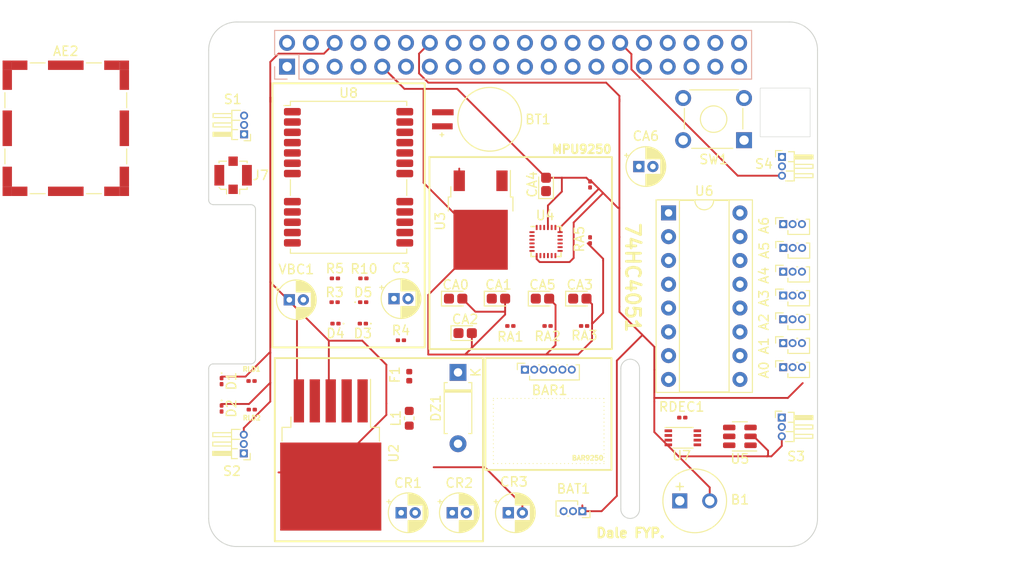
<source format=kicad_pcb>
(kicad_pcb (version 20221018) (generator pcbnew)
  (title_block (date "15 nov 2012"))
  (layers (0 "F.Cu" power) (1 "In1.Cu" power) (2 "In2.Cu" signal) (31 "B.Cu" signal) (34 "B.Paste" user) (35 "F.Paste" user) (36 "B.SilkS" user "B.Silkscreen") (37 "F.SilkS" user "F.Silkscreen") (38 "B.Mask" user) (39 "F.Mask" user) (44 "Edge.Cuts" user))
  (net 0 "")
  (net 1 "/GPIO[2]{slash}SDA1")
  (net 2 "/GPIO[3]{slash}SCL1")
  (net 3 "/GPIO[4]{slash}GPCLK0")
  (net 4 "/GPIO[14]{slash}TXD0")
  (net 5 "/GPIO[15]{slash}RXD0")
  (net 6 "/GPIO[17]")
  (net 7 "/GPIO[18]{slash}PCM.CLK")
  (net 8 "/GPIO[27]")
  (net 9 "/GPIO[22]")
  (net 10 "/GPIO[23]")
  (net 11 "/GPIO[24]")
  (net 12 "/GPIO[10]{slash}SPI0.MOSI")
  (net 13 "/GPIO[9]{slash}SPI0.MISO")
  (net 14 "Net-(AE2-A)")
  (net 15 "/GPIO[11]{slash}SPI0.SCLK")
  (net 16 "/GPIO[8]{slash}SPI0.CE0")
  (net 17 "/GPIO[7]{slash}SPI0.CE1")
  (net 18 "/ID_SDA")
  (net 19 "/ID_SCL")
  (net 20 "/GPIO[5]")
  (net 21 "/GPIO[6]")
  (net 22 "/GPIO[12]{slash}PWM0")
  (net 23 "/GPIO[13]{slash}PWM1")
  (net 24 "/GPIO[19]{slash}PCM.FS")
  (net 25 "/GPIO[26]")
  (net 26 "NEG_OUT")
  (net 27 "VCC")
  (net 28 "S0")
  (net 29 "+5V")
  (net 30 "+3V3")
  (net 31 "S1")
  (net 32 "Net-(U4-REGOUT)")
  (net 33 "POS_OUT")
  (net 34 "Net-(U7-VCCB)")
  (net 35 "+3.3V")
  (net 36 "S2")
  (net 37 "Net-(D1-A)")
  (net 38 "SCL")
  (net 39 "SDA")
  (net 40 "CS")
  (net 41 "ADO")
  (net 42 "FSYNC")
  (net 44 "INT")
  (net 46 "Net-(D2-A)")
  (net 47 "Net-(DZ1-K)")
  (net 51 "SCLK_ADC")
  (net 52 "Net-(RDEC1-Pad2)")
  (net 54 "CS1")
  (net 57 "Net-(U5-AIN)")
  (net 58 "VBACKUP")
  (net 69 "LVLSHIFT")
  (net 73 "Net-(U7-DIR)")
  (net 75 "D_SEL")
  (net 76 "TIMEPULSE")
  (net 77 "RST")
  (net 78 "LNA_EN")
  (net 79 "Net-(U8-SDA{slash}~{SPI_CS})")
  (net 80 "Net-(U8-SCL{slash}SPI_CLK)")
  (net 81 "Net-(U8-TXD{slash}SPI_MISO)")
  (net 82 "Net-(U8-RXD{slash}SPI_MOSI)")
  (net 86 "Net-(D3-A)")
  (net 87 "Net-(D4-A)")
  (net 88 "Net-(D5-K)")
  (net 89 "Net-(A_0-Pin_1)")
  (net 92 "Net-(BAT1-Pin_2)")
  (footprint "LED_SMD:LED_0201_0603Metric" (layer "F.Cu") (at 113.538 76.2 180)
    (fp_text reference "D4")
    (fp_text value "PWR")
  )
  (footprint "MountingHole:MountingHole_2.7mm_M2.5" (layer "F.Cu") (at 161.5 47.5)
    (fp_text reference "MH2" hide)
    (fp_text value "MountingHole_2.7mm_M2.5" hide)
  )
  (footprint "Connector_PinHeader_1.00mm:PinHeader_1x03_P1.00mm_Horizontal" (layer "F.Cu") (at 103.782099 55.991 180)
    (fp_text reference "S1")
    (fp_text value "Conn_01x03_Male")
  )
  (footprint "Resistor_SMD:R_0201_0603Metric" (layer "F.Cu") (at 120.523 77.978)
    (fp_text reference "R4")
    (fp_text value "220")
  )
  (footprint "Fuse:Fuse_0402_1005Metric" (layer "F.Cu") (at 121.412 81.811 90)
    (fp_text reference "F1")
    (fp_text value "5A")
  )
  (footprint "Resistor_SMD:R_0201_0603Metric" (layer "F.Cu") (at 140.716 67.31 -90)
    (fp_text reference "RA5")
    (fp_text value "10k")
  )
  (footprint "Resistor_SMD:R_0201_0603Metric" (layer "F.Cu") (at 132.207 76.454)
    (fp_text reference "RA1")
    (fp_text value "10k")
  )
  (footprint "Connector_Coaxial:U.FL_Molex_MCRF_73412-0110_Vertical" (layer "F.Cu") (at 102.608458 60.362031)
    (fp_text reference "J7")
    (fp_text value "Conn_Coaxial")
  )
  (footprint "Button_Switch_THT:SW_TH_Tactile_Omron_B3F-10xx" (layer "F.Cu") (at 157.156447 56.618791 180)
    (fp_text reference "SW1")
    (fp_text value "SW_Push")
  )
  (footprint "LED_SMD:LED_0201_0603Metric" (layer "F.Cu") (at 101.376881 85.263732 -90)
    (fp_text reference "D2")
    (fp_text value "LED")
  )
  (footprint "Connector_PinSocket_1.00mm:PinSocket_1x03_P1.00mm_Vertical" (layer "F.Cu") (at 161.337858 78.283825 90)
    (fp_text reference "A1")
    (fp_text value "Conn_01x03_Female")
  )
  (footprint "Inductor_SMD:L_0603_1608Metric" (layer "F.Cu") (at 121.412 86.308105 90)
    (fp_text reference "L1")
    (fp_text value "INDUCTOR")
  )
  (footprint "Resistor_SMD:R_0201_0603Metric" (layer "F.Cu") (at 136.18 76.454 180)
    (fp_text reference "RA2")
    (fp_text value "10k")
  )
  (footprint "Connector_PinSocket_1.00mm:PinSocket_1x03_P1.00mm_Vertical" (layer "F.Cu") (at 161.353858 68.117825 90)
    (fp_text reference "A5")
    (fp_text value "Conn_01x03_Female")
  )
  (footprint "Capacitor_THT:CP_Radial_D4.0mm_P1.50mm" (layer "F.Cu") (at 108.609 73.66)
    (fp_text reference "VBC1")
    (fp_text value "100nF")
  )
  (footprint "RF_GPS:ublox_NEO" (layer "F.Cu") (at 114.935 60.579)
    (fp_text reference "U8")
    (fp_text value "NEO-M8N")
  )
  (footprint "Capacitor_THT:CP_Radial_D4.0mm_P1.50mm" (layer "F.Cu") (at 120.547 96.393)
    (fp_text reference "CR1")
    (fp_text value "100uF")
  )
  (footprint "Connector_PinSocket_1.00mm:PinSocket_1x03_P1.00mm_Vertical" (layer "F.Cu") (at 161.337858 73.197825 90)
    (fp_text reference "A3")
    (fp_text value "Conn_01x03_Female")
  )
  (footprint "Resistor_SMD:R_0201_0603Metric" (layer "F.Cu") (at 116.52 71.374)
    (fp_text reference "R10")
    (fp_text value "1k")
  )
  (footprint "Connector_PinHeader_1.00mm:PinHeader_1x03_P1.00mm_Horizontal" (layer "F.Cu") (at 103.748507 90.055318 180)
    (fp_text reference "S2")
    (fp_text value "Conn_01x03_Male")
  )
  (footprint "Resistor_SMD:R_0201_0603Metric" (layer "F.Cu") (at 113.447 73.914)
    (fp_text reference "R3")
    (fp_text value "2.2k")
  )
  (footprint "Connector_PinHeader_1.00mm:PinHeader_1x03_P1.00mm_Horizontal" (layer "F.Cu") (at 161.205048 58.410102)
    (fp_text reference "S4")
    (fp_text value "Conn_01x03_Male")
  )
  (footprint "Capacitor_THT:CP_Radial_D4.0mm_P1.50mm" (layer "F.Cu") (at 126.008 96.393)
    (fp_text reference "CR2")
    (fp_text value "100uF")
  )
  (footprint "RF_Shielding:Laird_Technologies_BMI-S-101_13.66x12.70mm" (layer "F.Cu") (at 84.746718 55.346109)
    (fp_text reference "AE2")
    (fp_text value "Antenna_Shield")
  )
  (footprint "Capacitor_Tantalum_SMD:CP_EIA-1608-08_AVX-J" (layer "F.Cu") (at 127.381 77.216)
    (fp_text reference "CA2")
    (fp_text value "100nF")
  )
  (footprint "MountingHole:MountingHole_2.7mm_M2.5" (layer "F.Cu") (at 103.5 96.5)
    (fp_text reference "MH3" hide)
    (fp_text value "MountingHole_2.7mm_M2.5" hide)
  )
  (footprint "Sensor_Motion:InvenSense_QFN-24_3x3mm_P0.4mm" (layer "F.Cu") (at 136.017 67.437)
    (fp_text reference "U4")
    (fp_text value "MPU-9250")
  )
  (footprint "Capacitor_Tantalum_SMD:CP_EIA-1608-08_AVX-J" (layer "F.Cu") (at 139.6225 73.533)
    (fp_text reference "CA3")
    (fp_text value "10nF")
  )
  (footprint "Package_TO_SOT_SMD:TSOT-23-6" (layer "F.Cu") (at 156.710012 88.239879 180)
    (fp_text reference "U5")
    (fp_text value "ADS7866")
  )
  (footprint "Resistor_SMD:R_0201_0603Metric" (layer "F.Cu") (at 113.477 71.374)
    (fp_text reference "R5")
    (fp_text value "220")
  )
  (footprint "Capacitor_THT:CP_Radial_D4.0mm_P1.50mm" (layer "F.Cu") (at 131.992401 96.393)
    (fp_text reference "CR3")
    (fp_text value "1000uF")
  )
  (footprint "Capacitor_Tantalum_SMD:CP_EIA-1608-08_AVX-J" (layer "F.Cu") (at 136.017 61.341 90)
    (fp_text reference "CA4")
    (fp_text value "100nF")
  )
  (footprint "MountingHole:MountingHole_2.7mm_M2.5" (layer "F.Cu") (at 103.5 47.5)
    (fp_text reference "MH1" hide)
    (fp_text value "MountingHole_2.7mm_M2.5" hide)
  )
  (footprint "Package_SO:VSSOP-8_2.3x2mm_P0.5mm" (layer "F.Cu") (at 150.622 88.392)
    (fp_text reference "U7")
    (fp_text value "74LVC2T45DC")
  )
  (footprint "LED_SMD:LED_0201_0603Metric" (layer "F.Cu") (at 101.376881 82.342732 -90)
    (fp_text reference "D1")
    (fp_text value "LED")
  )
  (footprint "Package_DIP:DIP-16_W7.62mm_Socket" (layer "F.Cu") (at 149.098 64.379)
    (fp_text reference "U6")
    (fp_text value "74HC4051")
  )
  (footprint "Package_TO_SOT_SMD:TO-263-5_TabPin3" (layer "F.Cu") (at 113.03 90.224 -90)
    (fp_text reference "U2")
    (fp_text value "LM2576HVS-5")
  )
  (footprint "Resistor_SMD:R_0201_0603Metric" (layer "F.Cu") (at 140.716 61.341 90)
    (fp_text reference "RA4" hide)
    (fp_text value "10k")
  )
  (footprint "Connector_PinSocket_1.00mm:PinSocket_1x03_P1.00mm_Vertical" (layer "F.Cu") (at 161.337858 75.737825 90)
    (fp_text reference "A2")
    (fp_text value "Conn_01x03_Female")
  )
  (footprint "Resistor_SMD:R_0201_0603Metric" (layer "F.Cu") (at 140.081 76.454 180)
    (fp_text reference "RA3")
    (fp_text value "10k")
  )
  (footprint "Resistor_SMD:R_0201_0603Metric" (layer "F.Cu") (at 150.561 86.233 180)
    (fp_text reference "RDEC1")
    (fp_text value "1k")
  )
  (footprint "Connector_PinSocket_1.00mm:PinSocket_1x06_P1.00mm_Vertical" (layer "F.Cu") (at 133.763 81.117 90)
    (fp_text reference "BAR1")
    (fp_text value "PinSocket_1x06_P1.00mm_Vertical")
  )
  (footprint "MountingHole:MountingHole_2.7mm_M2.5" (layer "F.Cu") (at 161.5 96.5)
    (fp_text reference "MH4" hide)
    (fp_text value "MountingHole_2.7mm_M2.5" hide)
  )
  (footprint "Connector_PinSocket_1.00mm:PinSocket_1x03_P1.00mm_Vertical" (layer "F.Cu") (at 161.337858 65.577825 90)
    (fp_text reference "A6")
    (fp_text value "Conn_01x03_Female")
  )
  (footprint "MS621FE-FL11E:BAT_MS621FE-FL11E" (layer "F.Cu") (at 129.998876 54.388113 180)
    (fp_text reference "BT1")
    (fp_text value "MS621FE-FL11E")
  )
  (footprint "Diode_THT:D_A-405_P7.62mm_Horizontal" (layer "F.Cu") (at 126.619 81.407 -90)
    (fp_text reference "DZ1")
    (fp_text value "D_Zener")
  )
  (footprint "Connector_PinSocket_1.00mm:PinSocket_1x03_P1.00mm_Vertical" (layer "F.Cu") (at 161.337858 80.853825 90)
    (fp_text reference "A0")
    (fp_text value "Conn_01x03_Female")
  )
  (footprint "Diode_SMD:D_0201_0603Metric" (layer "F.Cu") (at 116.495 73.914)
    (fp_text reference "D5")
    (fp_text value "D_Zener")
  )
  (footprint "Capacitor_THT:CP_Radial_D4.0mm_P1.50mm" (layer "F.Cu") (at 119.785 73.533)
    (fp_text reference "C3")
    (fp_text value "1uF")
  )
  (footprint "Connector_PinSocket_1.00mm:PinSocket_1x03_P1.00mm_Vertical" (layer "F.Cu") (at 139.894024 96.226839 -90)
    (fp_text reference "BAT1")
    (fp_text value "Conn_01x03_Socket")
  )
  (footprint "Connector_PinHeader_1.00mm:PinHeader_1x03_P1.00mm_Horizontal" (layer "F.Cu") (at 161.185 86.233)
    (fp_text reference "S3")
    (fp_text value "Conn_01x03_Male")
  )
  (footprint "Capacitor_Tantalum_SMD:CP_EIA-1608-08_AVX-J" (layer "F.Cu") (at 135.636 73.533)
    (fp_text reference "CA5")
    (fp_text value "100nF")
  )
  (footprint "Buzzer_Beeper:MagneticBuzzer_Kingstate_KCG0601" (layer "F.Cu") (at 150.292 95.123)
    (fp_text reference "B1")
    (fp_text value "Buzzer")
  )
  (footprint "Capacitor_THT:CP_Radial_D4.0mm_P1.50mm" (layer "F.Cu") (at 145.923772 59.431567)
    (fp_text reference "CA6")
    (fp_text value "4.7uF")
  )
  (footprint "Capacitor_Tantalum_SMD:CP_EIA-1608-08_AVX-J" (layer "F.Cu") (at 130.937 73.533)
    (fp_text reference "CA1")
    (fp_text value "10uF")
  )
  (footprint "Resistor_SMD:R_0201_0603Metric" (layer "F.Cu") (at 104.598974 85.380342 180)
    (fp_text reference "RLD2")
    (fp_text value "1k")
  )
  (footprint "Capacitor_Tantalum_SMD:CP_EIA-1608-08_AVX-J" (layer "F.Cu") (at 126.365 73.533)
    (fp_text reference "CA0")
    (fp_text value "4.7uF")
  )
  (footprint "LED_SMD:LED_0201_0603Metric" (layer "F.Cu") (at 116.459 76.2 180)
    (fp_text reference "D3")
    (fp_text value "ACT")
  )
  (footprint "Package_TO_SOT_SMD:TO-252-2" (layer "F.Cu") (at 129.032 65.151 -90)
    (fp_text reference "U3")
    (fp_text value "LP38693DT-3.3")
  )
  (footprint "Resistor_SMD:R_0201_0603Metric" (layer "F.Cu") (at 104.576858 82.328268)
    (fp_text reference "RLD1")
    (fp_text value "1k")
  )
  (footprint "Connector_PinSocket_1.00mm:PinSocket_1x03_P1.00mm_Vertical" (layer "F.Cu") (at 161.337858 70.657825 90)
    (fp_text reference "A4")
    (fp_text value "Conn_01x03_Female")
  )
  (footprint "Connector_PinSocket_2.54mm:PinSocket_2x20_P2.54mm_Vertical" (layer "B.Cu") (at 108.37 48.77 -90)
    (fp_text reference "J1" hide)
    (fp_text value "GPIO")
  )
  (gr_rect (start 123.571 58.42) (end 143.053 78.918) (stroke (width 0.2)) (fill none) (layer "F.SilkS"))
  (gr_rect (start 107.061 79.883) (end 129.286 99.441) (stroke (width 0.2)) (fill none) (layer "F.SilkS"))
  (gr_rect (start 129.54 79.883) (end 143.002 91.821) (stroke (width 0.2)) (fill none) (layer "F.SilkS"))
  (gr_rect (start 130.392784 84.189712) (end 142.205031 91.140224) (stroke (width 0.1) (type dot)) (fill none) (layer "F.SilkS"))
  (gr_rect (start 106.807 50.546) (end 123.063 78.74) (stroke (width 0.2)) (fill none) (layer "F.SilkS"))
  (gr_arc (start 100.5 63.5) (mid 100.146447 63.353553) (end 100 63) (stroke (width 0.1)) (layer "Edge.Cuts"))
  (gr_arc (start 162 44) (mid 164.12132 44.87868) (end 165 47) (stroke (width 0.1)) (layer "Edge.Cuts"))
  (gr_line (start 165 97) (end 165 47) (stroke (width 0.1)) (layer "Edge.Cuts"))
  (gr_line (start 100 47) (end 100 63) (stroke (width 0.1)) (layer "Edge.Cuts"))
  (gr_line (start 146 81) (end 146 96) (stroke (width 0.1)) (layer "Edge.Cuts"))
  (gr_line (start 144 96) (end 144 81) (stroke (width 0.1)) (layer "Edge.Cuts"))
  (gr_arc (start 103 100) (mid 100.87868 99.12132) (end 100 97) (stroke (width 0.1)) (layer "Edge.Cuts"))
  (gr_line (start 103 100) (end 162 100) (stroke (width 0.1)) (layer "Edge.Cuts"))
  (gr_line (start 104.5 80.5) (end 100.5 80.5) (stroke (width 0.1)) (layer "Edge.Cuts"))
  (gr_rect (start 158.877 51.054) (end 164.211 56.261) (stroke (width 0.05)) (fill none) (layer "Edge.Cuts"))
  (gr_arc (start 144 81) (mid 145 80) (end 146 81) (stroke (width 0.1)) (layer "Edge.Cuts"))
  (gr_arc (start 100 81) (mid 100.146138 80.646755) (end 100.499127 80.500001) (stroke (width 0.1)) (layer "Edge.Cuts"))
  (gr_arc (start 165 97) (mid 164.12132 99.12132) (end 162 100) (stroke (width 0.1)) (layer "Edge.Cuts"))
  (gr_line (start 105 64) (end 105 80) (stroke (width 0.1)) (layer "Edge.Cuts"))
  (gr_arc (start 100 47) (mid 100.87868 44.87868) (end 103 44) (stroke (width 0.1)) (layer "Edge.Cuts"))
  (gr_arc (start 146 96) (mid 145 97) (end 144 96) (stroke (width 0.1)) (layer "Edge.Cuts"))
  (gr_line (start 100 81) (end 100 97) (stroke (width 0.1)) (layer "Edge.Cuts"))
  (gr_line (start 100.5 63.5) (end 104.5 63.5) (stroke (width 0.1)) (layer "Edge.Cuts"))
  (gr_arc (start 105 80) (mid 104.853553 80.353553) (end 104.5 80.5) (stroke (width 0.1)) (layer "Edge.Cuts"))
  (gr_arc (start 104.5 63.5) (mid 104.853553 63.646447) (end 105 64) (stroke (width 0.1)) (layer "Edge.Cuts"))
  (gr_line (start 162 44) (end 103 44) (stroke (width 0.1)) (layer "Edge.Cuts"))
  (gr_text "MPU9250" (at 136.535741 58.111983) (layer "F.SilkS") (effects (font (size 0.9 0.9) (thickness 0.225) bold) (justify left bottom)))
  (gr_text "Dale FYP." (at 145.034 98.552) (layer "F.SilkS") (effects (font (size 1 1) (thickness 0.25))))
  (gr_text "BAR9250" (at 140.462 90.551) (layer "F.SilkS") (effects (font (size 0.5 0.5) (thickness 0.125))))
  (gr_text "74HC4051\n" (at 144.399 65.278 -90) (layer "F.SilkS") (effects (font (size 1.5 1.5) (thickness 0.3) bold) (justify left bottom)))
  (segment (start 103.931709 81.857732) (end 106.485291 79.30415) (width 0.2) (layer "F.Cu") (net 26))
  (segment (start 140.3235 60.6285) (end 140.716 61.021) (width 0.2) (layer "F.Cu") (net 26))
  (segment (start 141.263 62.191) (end 141.652343 61.801657) (width 0.2) (layer "F.Cu") (net 26))
  (segment (start 112.827 92.087) (end 118.96821 85.94579) (width 0.2) (layer "F.Cu") (net 26))
  (segment (start 103.748507 87.346494) (end 103.748507 88.055318) (width 0.2) (layer "F.Cu") (net 26))
  (segment (start 150.167777 90.370861) (end 149.737586 89.940669) (width 0.2) (layer "F.Cu") (net 26))
  (segment (start 153.492 93.695084) (end 150.167777 90.370861) (width 0.2) (layer "F.Cu") (net 26))
  (segment (start 142.113 75.057) (end 141.009 76.161) (width 0.2) (layer "F.Cu") (net 26))
  (segment (start 142.113 69.469) (end 142.113 75.057) (width 0.2) (layer "F.Cu") (net 26))
  (segment (start 159.598898 90.370861) (end 150.167777 90.370861) (width 0.2) (layer "F.Cu") (net 26))
  (segment (start 137.03 78.489) (end 136.017 79.502) (width 0.2) (layer "F.Cu") (net 26))
  (segment (start 153.492 95.123) (end 153.492 93.695084) (width 0.2) (layer "F.Cu") (net 26))
  (segment (start 139.894024 96.226839) (end 139.894024 95.601839) (width 0.2) (layer "F.Cu") (net 26))
  (segment (start 129.032 67.251) (end 129.032 67.551) (width 0.2) (layer "F.Cu") (net 26))
  (segment (start 137.517 66.437) (end 137.517 65.937) (width 0.2) (layer "F.Cu") (net 26))
  (segment (start 140.716 61.021) (end 140.871685 61.021) (width 0.2) (layer "F.Cu") (net 26))
  (segment (start 128.4745 74.93) (end 131.572 74.93) (width 0.2) (layer "F.Cu") (net 26))
  (segment (start 141.652343 61.801657) (end 142.113 62.262315) (width 0.2) (layer "F.Cu") (net 26))
  (segment (start 131.6495 75.2335) (end 127.381 79.502) (width 0.2) (layer "F.Cu") (net 26))
  (segment (start 131.6495 74.8525) (end 131.6495 75.2335) (width 0.2) (layer "F.Cu") (net 26))
  (segment (start 107.46 47.38) (end 112.3 47.38) (width 0.2) (layer "F.Cu") (net 26))
  (segment (start 147.57487 78.675501) (end 147.57487 81.122517) (width 0.2) (layer "F.Cu") (net 26))
  (segment (start 157.847512 88.239879) (end 158.196408 88.239879) (width 0.2) (layer "F.Cu") (net 26))
  (segment (start 101.376881 81.857732) (end 103.931709 81.857732) (width 0.2) (layer "F.Cu") (net 26))
  (segment (start 106.576755 52.060651) (end 106.576755 48.263245) (width 0.2) (layer "F.Cu") (net 26))
  (segment (start 143.85 52.484866) (end 143.85 52.288912) (width 0.2) (layer "F.Cu") (net 26))
  (segment (start 143.85 74.392737) (end 143.85 70.292403) (width 0.2) (layer "F.Cu") (net 26))
  (segment (start 141.951187 96.226839) (end 143.575663 94.602362) (width 0.2) (layer "F.Cu") (net 26))
  (segment (start 133.492401 96.393) (end 133.492401 95.544472) (width 0.2) (layer "F.Cu") (net 26))
  (segment (start 104.307012 84.778732) (end 106.576755 82.508989) (width 0.2) (layer "F.Cu") (net 26))
  (segment (start 101.376881 84.778732) (end 104.307012 84.778732) (width 0.2) (layer "F.Cu") (net 26))
  (segment (start 118.842426 80.465427) (end 116.400622 78.023622) (width 0.2) (layer "F.Cu") (net 26))
  (segment (start 161.185 89.259755) (end 160.073894 90.370861) (width 0.2) (layer "F.Cu") (net 26))
  (segment (start 137.704089 60.6285) (end 140.3235 60.6285) (width 0.2) (layer "F.Cu") (net 26))
  (segment (start 138.966903 69.192438) (end 138.966903 65.408412) (width 0.2) (layer "F.Cu") (net 26))
  (segment (start 145.130568 49.056914) (end 145.130568 47.430568) (width 0.2) (layer "F.Cu") (net 26))
  (segment (start 118.96821 80.591211) (end 118.842426 80.465427) (width 0.2) (layer "F.Cu") (net 26))
  (segment (start 159.719379 89.76285) (end 159.719379 90.250379) (width 0.2) (layer "F.Cu") (net 26))
  (segment (start 139.894024 96.226839) (end 141.951187 96.226839) (width 0.2) (layer "F.Cu") (net 26))
  (segment (start 147.57487 84.13398) (end 147.57487 84.534537) (width 0.2) (layer "F.Cu") (net 26))
  (segment (start 143.852121 66.955) (end 143.85 66.957121) (width 0.2) (layer "F.Cu") (net 26))
  (segment (start 137.704089 62.106728) (end 137.704089 60.6285) (width 0.2) (layer "F.Cu") (net 26))
  (segment (start 143.85 74.839521) (end 143.85 74.392737) (width 0.2) (layer "F.Cu") (net 26))
  (segment (start 141.009 76.161) (end 140.931 76.161) (width 0.2) (layer "F.Cu") (net 26))
  (segment (start 156.483756 60.410102) (end 145.130568 49.056914) (width 0.2) (layer "F.Cu") (net 26))
  (segment (start 129.481369 91.53344) (end 124.020369 91.53344) (width 0.2) (layer "F.Cu") (net 26))
  (segment (start 135.017 68.937) (end 135.017 69.306975) (width 0.2) (layer "F.Cu") (net 26))
  (segment (start 116.400622 78.023622) (end 112.827 78.023622) (width 0.2) (layer "F.Cu") (net 26))
  (segment (start 112.827 78.023622) (end 109.427 74.623622) (width 0.2) (layer "F.Cu") (net 26))
  (segment (start 135.339686 69.629661) (end 138.52968 69.629661) (width 0.2) (layer "F.Cu") (net 26))
  (segment (start 122.46 49.486346) (end 122.46 47.38) (width 0.2) (layer "F.Cu") (net 26))
  (segment (start 143.85 52.288912) (end 143.85 52.260956) (width 0.2) (layer "F.Cu") (net 26))
  (segment (start 106.576755 82.508989) (end 106.576755 84.518246) (width 0.2) (layer "F.Cu") (net 26))
  (segment (start 149.737586 89.940669) (end 149.659 89.862084) (width 0.2) (layer "F.Cu") (net 26))
  (segment (start 122.946709 61.165709) (end 122.946709 51.138667) (width 0.2) (layer "F.Cu") (net 26))
  (segment (start 138.52968 69.629661) (end 138.966903 69.192438) (width 0.2) (layer "F.Cu") (net 26))
  (segment (start 120.381522 50.621523) (end 119.423607 49.663608) (width 0.2) (layer "F.Cu") (net 26))
  (segment (start 129.032 67.551) (end 123.444 73.139) (width 0.2) (layer "F.Cu") (net 26))
  (segment (start 106.576755 79.30415) (end 106.576755 82.508989) (width 0.2) (layer "F.Cu") (net 26))
  (segment (start 146.268634 77.456901) (end 146.268634 77.369266) (width 0.2) (layer "F.Cu") (net 26))
  (segment (start 143.575663 94.602362) (end 143.575663 80.149872) (width 0.2) (layer "F.Cu") (net 26))
  (segment (start 119.423607 49.663608) (end 118.53 48.77) (width 0.2) (layer "F.Cu") (net 26))
  (segment (start 123.444 79.502) (end 127.381 79.502) (width 0.2) (layer "F.Cu") (net 26))
  (segment (start 106.485291 79.30415) (end 106.576755 79.30415) (width 0.2) (layer "F.Cu") (net 26))
  (segment (start 143.85 51.894936) (end 143.85 52.484866) (width 0.2) (layer "F.Cu") (net 26))
  (segment (start 163.417 82.551) (end 161.83402 84.13398) (width 0.2) (layer "F.Cu") (net 26))
  (segment (start 118.96821 85.94579) (end 118.96821 84.730388) (width 0.2) (layer "F.Cu") (net 26))
  (segment (start 147.57487 81.122517) (end 147.57487 84.13398) (width 0.2) (layer "F.Cu") (net 26))
  (segment (start 159.719379 90.250379) (end 159.598898 90.370861) (width 0.2) (layer "F.Cu") (net 26))
  (segment (start 128.0935 77.216) (end 128.0935 78.7895) (width 0.2) (layer "F.Cu") (net 26))
  (segment (start 149.737586 89.940669) (end 147.57487 87.777953) (width 0.2) (layer "F.Cu") (net 26))
  (segment (start 143.575663 80.149872) (end 146.268634 77.456901) (width 0.2) (layer "F.Cu") (net 26))
  (segment (start 138.966903 65.408412) (end 142.113 62.262315) (width 0.2) (layer "F.Cu") (net 26))
  (segment (start 106.576755 71.773377) (end 106.576755 79.30415) (width 0.2) (layer "F.Cu") (net 26))
  (segment (start 161.205048 60.410102) (end 156.483756 60.410102) (width 0.2) (layer "F.Cu") (net 26))
  (segment (start 120.898667 51.138667) (end 119.423607 49.663608) (width 0.2) (layer "F.Cu") (net 26))
  (segment (start 147.57487 78.675501) (end 146.268634 77.369266) (width 0.2) (layer "F.Cu") (net 26))
  (segment (start 137.517 65.937) (end 141.263 62.191) (width 0.2) (layer "F.Cu") (net 26))
  (segment (start 133.492401 95.544472) (end 130.354618 92.40669) (width 0.2) (layer "F.Cu") (net 26))
  (segment (start 147.57487 87.777953) (end 147.57487 84.534537) (width 0.2) (layer "F.Cu") (net 26))
  (segment (start 145.130568 47.430568) (end 143.93 46.23) (width 0.2) (layer "F.Cu") (net 26))
  (segment (start 160.073894 90.370861) (end 159.598898 90.370861) (width 0.2) (layer "F.Cu") (net 26))
  (segment (start 118.96821 84.730388) (end 118.96821 80.591211) (width 0.2) (layer "F.Cu") (net 26))
  (segment (start 109.427 82.937) (end 109.427 74.623622) (width 0.2) (layer "F.Cu") (net 26))
  (segment (start 112.3 47.38) (end 113.45 46.23) (width 0.2) (layer "F.Cu") (net 26))
  (segment (start 161.185 88.233) (end 161.185 89.259755) (width 0.2) (layer "F.Cu") (net 26))
  (segment (start 127.0775 73.533) (end 128.4745 74.93) (width 0.2) (layer "F.Cu") (net 26))
  (segment (start 142.432037 50.476973) (end 123.450627 50.476973) (width 0.2) (layer "F.Cu") (net 26))
  (segment (start 143.85 70.292403) (end 143.85 66.957121) (width 0.2) (layer "F.Cu") (net 26))
  (segment (start 122.946709 51.138667) (end 120.898667 51.138667) (width 0.2) (layer "F.Cu") (net 26))
  (segment (start 158.196408 88.239879) (end 159.719379 89.76285) (width 0.2) (layer "F.Cu") (net 26))
  (segment (start 140.931 76.161) (end 140.931 78.017) (width 0.2) (layer "F.Cu") (net 26))
  (segment (start 106.576755 84.518246) (end 103.748507 87.346494) (width 0.2) (layer "F.Cu") (net 26))
  (segment (start 140.335 73.533) (end 140.931 74.129) (width 0.2) (layer "F.Cu") (net 26))
  (segment (start 131.572 74.93) (end 131.6495 74.8525) (width 0.2) (layer "F.Cu") (net 26))
  (segment (start 106.576755 52.556996) (end 106.576755 52.060651) (width 0.2) (layer "F.Cu") (net 26))
  (segment (start 128.0935 78.7895) (end 127.381 79.502) (width 0.2) (layer "F.Cu") (net 26))
  (segment (start 112.827 82.937) (end 112.827 78.023622) (width 0.2) (layer "F.Cu") (net 26))
  (segment (start 142.432037 50.476973) (end 143.85 51.894936) (width 0.2) (layer "F.Cu") (net 26))
  (segment (start 143.705685 63.855) (end 142.113 62.262315) (width 0.2) (layer "F.Cu") (net 26))
  (segment (start 142.113 69.281) (end 142.113 69.469) (width 0.2) (layer "F.Cu") (net 26))
  (segment (start 135.017 69.306975) (end 135.339686 69.629661) (width 0.2) (layer "F.Cu") (net 26))
  (segment (start 129.032 67.251) (end 122.946709 61.165709) (width 0.2) (layer "F.Cu") (net 26))
  (segment (start 106.576755 48.263245) (end 107.46 47.38) (width 0.2) (layer "F.Cu") (net 26))
  (segment (start 109.427 74.623622) (end 106.576755 71.773377) (width 0.2) (layer "F.Cu") (net 26))
  (segment (start 130.354618 92.40669) (end 129.481369 91.53344) (width 0.2) (layer "F.Cu") (net 26))
  (segment (start 136.217 63.593817) (end 137.704089 62.106728) (width 0.2) (layer "F.Cu") (net 26))
  (segment (start 140.931 78.017) (end 139.446 79.502) (width 0.2) (layer "F.Cu") (net 26))
  (segment (start 140.462 67.63) (end 142.113 69.281) (width 0.2) (layer "F.Cu") (net 26))
  (segment (start 122.46 47.38) (end 123.61 46.23) (width 0.2) (layer "F.Cu") (net 26))
  (segment (start 143.85 66.957121) (end 143.85 52.484866) (width 0.2) (layer "F.Cu") (net 26))
  (segment (start 131.6495 73.533) (end 131.6495 74.8525) (width 0.2) (layer "F.Cu") (net 26))
  (segment (start 140.871685 61.021) (end 141.652343 61.801657) (width 0.2) (layer "F.Cu") (net 26))
  (segment (start 136.3485 73.533) (end 137.03 74.2145) (width 0.2) (layer "F.Cu") (net 26))
  (segment (start 123.444 73.139) (end 123.444 79.502) (width 0.2) (layer "F.Cu") (net 26))
  (segment (start 136.217 65.937) (end 136.217 63.593817) (width 0.2) (layer "F.Cu") (net 26))
  (segment (start 143.85 74.950631) (end 143.85 74.839521) (width 0.2) (layer "F.Cu") (net 26))
  (segment (start 139.446 79.502) (end 136.017 79.502) (width 0.2) (layer "F.Cu") (net 26))
  (segment (start 123.450627 50.476973) (end 122.46 49.486346) (width 0.2) (layer "F.Cu") (net 26))
  (segment (start 126.527168 51.138667) (end 126.606467 51.217966) (width 0.2) (layer "F.Cu") (net 26))
  (segment (start 136.017 79.502) (end 127.381 79.502) (width 0.2) (layer "F.Cu") (net 26))
  (segment (start 136.017 60.6285) (end 137.704089 60.6285) (width 0.2) (layer "F.Cu") (net 26))
  (segment (start 136.017 60.6285) (end 126.606467 51.217966) (width 0.2) (layer "F.Cu") (net 26))
  (segment (start 140.931 74.129) (end 140.931 76.161) (width 0.2) (layer "F.Cu") (net 26))
  (segment (start 146.268634 77.369266) (end 143.85 74.950631) (width 0.2) (layer "F.Cu") (net 26))
  (segment (start 137.03 74.2145) (end 137.03 78.489) (width 0.2) (layer "F.Cu") (net 26))
  (segment (start 122.946709 51.138667) (end 126.527168 51.138667) (width 0.2) (layer "F.Cu") (net 26))
  (segment (start 161.83402 84.13398) (end 147.57487 84.13398) (width 0.2) (layer "F.Cu") (net 26))
  (segment (start 106.576755 71.773377) (end 106.576755 52.060651) (width 0.2) (layer "F.Cu") (net 26))
  (segment (start 112.827 92.087) (end 107.454 92.087) (width 0.2) (layer "F.Cu") (net 26))
  (segment (start 126.752 60.951) (end 126.752 59.651) (width 0.2) (layer "F.Cu") (net 27))
)
</source>
